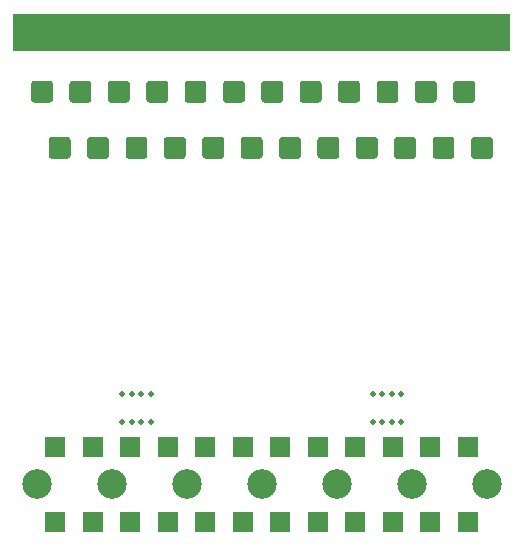
<source format=gbr>
%TF.GenerationSoftware,KiCad,Pcbnew,(5.1.10)-1*%
%TF.CreationDate,2021-08-21T19:47:19+01:00*%
%TF.ProjectId,SLT_interconnect,534c545f-696e-4746-9572-636f6e6e6563,00*%
%TF.SameCoordinates,Original*%
%TF.FileFunction,Soldermask,Top*%
%TF.FilePolarity,Negative*%
%FSLAX46Y46*%
G04 Gerber Fmt 4.6, Leading zero omitted, Abs format (unit mm)*
G04 Created by KiCad (PCBNEW (5.1.10)-1) date 2021-08-21 19:47:19*
%MOMM*%
%LPD*%
G01*
G04 APERTURE LIST*
%ADD10C,0.100000*%
%ADD11C,0.500000*%
%ADD12C,2.500000*%
%ADD13R,1.700000X1.700000*%
G04 APERTURE END LIST*
D10*
G36*
X127100000Y-46100000D02*
G01*
X85100000Y-46100000D01*
X85100000Y-43000000D01*
X127100000Y-43000000D01*
X127100000Y-46100000D01*
G37*
X127100000Y-46100000D02*
X85100000Y-46100000D01*
X85100000Y-43000000D01*
X127100000Y-43000000D01*
X127100000Y-46100000D01*
D11*
%TO.C,REF\u002A\u002A*%
X117950000Y-77600000D03*
X117150000Y-77600000D03*
X116350000Y-77600000D03*
X115550000Y-77600000D03*
X117950000Y-75200000D03*
X117150000Y-75200000D03*
X116350000Y-75200000D03*
X115550000Y-75200000D03*
%TD*%
%TO.C,REF\u002A\u002A*%
X96750000Y-77600000D03*
X95950000Y-77600000D03*
X95150000Y-77600000D03*
X94350000Y-77600000D03*
X96750000Y-75200000D03*
X95950000Y-75200000D03*
X95150000Y-75200000D03*
X94350000Y-75200000D03*
%TD*%
D12*
%TO.C,REF\u002A\u002A*%
X125200000Y-82850000D03*
%TD*%
%TO.C,REF\u002A\u002A*%
X118850000Y-82850000D03*
%TD*%
%TO.C,REF\u002A\u002A*%
X112500000Y-82850000D03*
%TD*%
%TO.C,REF\u002A\u002A*%
X87100000Y-82850000D03*
%TD*%
%TO.C,REF\u002A\u002A*%
X93450000Y-82850000D03*
%TD*%
%TO.C,REF\u002A\u002A*%
X99800000Y-82850000D03*
%TD*%
%TO.C,REF\u002A\u002A*%
X106150000Y-82850000D03*
%TD*%
%TO.C,J124*%
G36*
G01*
X88125000Y-55025001D02*
X88125000Y-53674999D01*
G75*
G02*
X88374999Y-53425000I249999J0D01*
G01*
X89725001Y-53425000D01*
G75*
G02*
X89975000Y-53674999I0J-249999D01*
G01*
X89975000Y-55025001D01*
G75*
G02*
X89725001Y-55275000I-249999J0D01*
G01*
X88374999Y-55275000D01*
G75*
G02*
X88125000Y-55025001I0J249999D01*
G01*
G37*
%TD*%
%TO.C,J123*%
G36*
G01*
X91375000Y-55025001D02*
X91375000Y-53674999D01*
G75*
G02*
X91624999Y-53425000I249999J0D01*
G01*
X92975001Y-53425000D01*
G75*
G02*
X93225000Y-53674999I0J-249999D01*
G01*
X93225000Y-55025001D01*
G75*
G02*
X92975001Y-55275000I-249999J0D01*
G01*
X91624999Y-55275000D01*
G75*
G02*
X91375000Y-55025001I0J249999D01*
G01*
G37*
%TD*%
%TO.C,J122*%
G36*
G01*
X94625000Y-55025001D02*
X94625000Y-53674999D01*
G75*
G02*
X94874999Y-53425000I249999J0D01*
G01*
X96225001Y-53425000D01*
G75*
G02*
X96475000Y-53674999I0J-249999D01*
G01*
X96475000Y-55025001D01*
G75*
G02*
X96225001Y-55275000I-249999J0D01*
G01*
X94874999Y-55275000D01*
G75*
G02*
X94625000Y-55025001I0J249999D01*
G01*
G37*
%TD*%
%TO.C,J121*%
G36*
G01*
X97875000Y-55025001D02*
X97875000Y-53674999D01*
G75*
G02*
X98124999Y-53425000I249999J0D01*
G01*
X99475001Y-53425000D01*
G75*
G02*
X99725000Y-53674999I0J-249999D01*
G01*
X99725000Y-55025001D01*
G75*
G02*
X99475001Y-55275000I-249999J0D01*
G01*
X98124999Y-55275000D01*
G75*
G02*
X97875000Y-55025001I0J249999D01*
G01*
G37*
%TD*%
%TO.C,J120*%
G36*
G01*
X101125000Y-55025001D02*
X101125000Y-53674999D01*
G75*
G02*
X101374999Y-53425000I249999J0D01*
G01*
X102725001Y-53425000D01*
G75*
G02*
X102975000Y-53674999I0J-249999D01*
G01*
X102975000Y-55025001D01*
G75*
G02*
X102725001Y-55275000I-249999J0D01*
G01*
X101374999Y-55275000D01*
G75*
G02*
X101125000Y-55025001I0J249999D01*
G01*
G37*
%TD*%
%TO.C,J119*%
G36*
G01*
X104375000Y-55025001D02*
X104375000Y-53674999D01*
G75*
G02*
X104624999Y-53425000I249999J0D01*
G01*
X105975001Y-53425000D01*
G75*
G02*
X106225000Y-53674999I0J-249999D01*
G01*
X106225000Y-55025001D01*
G75*
G02*
X105975001Y-55275000I-249999J0D01*
G01*
X104624999Y-55275000D01*
G75*
G02*
X104375000Y-55025001I0J249999D01*
G01*
G37*
%TD*%
%TO.C,J118*%
G36*
G01*
X107625000Y-55025001D02*
X107625000Y-53674999D01*
G75*
G02*
X107874999Y-53425000I249999J0D01*
G01*
X109225001Y-53425000D01*
G75*
G02*
X109475000Y-53674999I0J-249999D01*
G01*
X109475000Y-55025001D01*
G75*
G02*
X109225001Y-55275000I-249999J0D01*
G01*
X107874999Y-55275000D01*
G75*
G02*
X107625000Y-55025001I0J249999D01*
G01*
G37*
%TD*%
%TO.C,J117*%
G36*
G01*
X110875000Y-55025001D02*
X110875000Y-53674999D01*
G75*
G02*
X111124999Y-53425000I249999J0D01*
G01*
X112475001Y-53425000D01*
G75*
G02*
X112725000Y-53674999I0J-249999D01*
G01*
X112725000Y-55025001D01*
G75*
G02*
X112475001Y-55275000I-249999J0D01*
G01*
X111124999Y-55275000D01*
G75*
G02*
X110875000Y-55025001I0J249999D01*
G01*
G37*
%TD*%
%TO.C,J116*%
G36*
G01*
X114125000Y-55025001D02*
X114125000Y-53674999D01*
G75*
G02*
X114374999Y-53425000I249999J0D01*
G01*
X115725001Y-53425000D01*
G75*
G02*
X115975000Y-53674999I0J-249999D01*
G01*
X115975000Y-55025001D01*
G75*
G02*
X115725001Y-55275000I-249999J0D01*
G01*
X114374999Y-55275000D01*
G75*
G02*
X114125000Y-55025001I0J249999D01*
G01*
G37*
%TD*%
%TO.C,J115*%
G36*
G01*
X117375000Y-55025001D02*
X117375000Y-53674999D01*
G75*
G02*
X117624999Y-53425000I249999J0D01*
G01*
X118975001Y-53425000D01*
G75*
G02*
X119225000Y-53674999I0J-249999D01*
G01*
X119225000Y-55025001D01*
G75*
G02*
X118975001Y-55275000I-249999J0D01*
G01*
X117624999Y-55275000D01*
G75*
G02*
X117375000Y-55025001I0J249999D01*
G01*
G37*
%TD*%
%TO.C,J114*%
G36*
G01*
X120625000Y-55025001D02*
X120625000Y-53674999D01*
G75*
G02*
X120874999Y-53425000I249999J0D01*
G01*
X122225001Y-53425000D01*
G75*
G02*
X122475000Y-53674999I0J-249999D01*
G01*
X122475000Y-55025001D01*
G75*
G02*
X122225001Y-55275000I-249999J0D01*
G01*
X120874999Y-55275000D01*
G75*
G02*
X120625000Y-55025001I0J249999D01*
G01*
G37*
%TD*%
%TO.C,J113*%
G36*
G01*
X123875000Y-55025001D02*
X123875000Y-53674999D01*
G75*
G02*
X124124999Y-53425000I249999J0D01*
G01*
X125475001Y-53425000D01*
G75*
G02*
X125725000Y-53674999I0J-249999D01*
G01*
X125725000Y-55025001D01*
G75*
G02*
X125475001Y-55275000I-249999J0D01*
G01*
X124124999Y-55275000D01*
G75*
G02*
X123875000Y-55025001I0J249999D01*
G01*
G37*
%TD*%
%TO.C,J112*%
G36*
G01*
X122375000Y-50275001D02*
X122375000Y-48924999D01*
G75*
G02*
X122624999Y-48675000I249999J0D01*
G01*
X123975001Y-48675000D01*
G75*
G02*
X124225000Y-48924999I0J-249999D01*
G01*
X124225000Y-50275001D01*
G75*
G02*
X123975001Y-50525000I-249999J0D01*
G01*
X122624999Y-50525000D01*
G75*
G02*
X122375000Y-50275001I0J249999D01*
G01*
G37*
%TD*%
%TO.C,J111*%
G36*
G01*
X119125000Y-50275001D02*
X119125000Y-48924999D01*
G75*
G02*
X119374999Y-48675000I249999J0D01*
G01*
X120725001Y-48675000D01*
G75*
G02*
X120975000Y-48924999I0J-249999D01*
G01*
X120975000Y-50275001D01*
G75*
G02*
X120725001Y-50525000I-249999J0D01*
G01*
X119374999Y-50525000D01*
G75*
G02*
X119125000Y-50275001I0J249999D01*
G01*
G37*
%TD*%
%TO.C,J110*%
G36*
G01*
X115875000Y-50275001D02*
X115875000Y-48924999D01*
G75*
G02*
X116124999Y-48675000I249999J0D01*
G01*
X117475001Y-48675000D01*
G75*
G02*
X117725000Y-48924999I0J-249999D01*
G01*
X117725000Y-50275001D01*
G75*
G02*
X117475001Y-50525000I-249999J0D01*
G01*
X116124999Y-50525000D01*
G75*
G02*
X115875000Y-50275001I0J249999D01*
G01*
G37*
%TD*%
%TO.C,J109*%
G36*
G01*
X112625000Y-50275001D02*
X112625000Y-48924999D01*
G75*
G02*
X112874999Y-48675000I249999J0D01*
G01*
X114225001Y-48675000D01*
G75*
G02*
X114475000Y-48924999I0J-249999D01*
G01*
X114475000Y-50275001D01*
G75*
G02*
X114225001Y-50525000I-249999J0D01*
G01*
X112874999Y-50525000D01*
G75*
G02*
X112625000Y-50275001I0J249999D01*
G01*
G37*
%TD*%
%TO.C,J108*%
G36*
G01*
X109375000Y-50275001D02*
X109375000Y-48924999D01*
G75*
G02*
X109624999Y-48675000I249999J0D01*
G01*
X110975001Y-48675000D01*
G75*
G02*
X111225000Y-48924999I0J-249999D01*
G01*
X111225000Y-50275001D01*
G75*
G02*
X110975001Y-50525000I-249999J0D01*
G01*
X109624999Y-50525000D01*
G75*
G02*
X109375000Y-50275001I0J249999D01*
G01*
G37*
%TD*%
%TO.C,J107*%
G36*
G01*
X106125000Y-50275001D02*
X106125000Y-48924999D01*
G75*
G02*
X106374999Y-48675000I249999J0D01*
G01*
X107725001Y-48675000D01*
G75*
G02*
X107975000Y-48924999I0J-249999D01*
G01*
X107975000Y-50275001D01*
G75*
G02*
X107725001Y-50525000I-249999J0D01*
G01*
X106374999Y-50525000D01*
G75*
G02*
X106125000Y-50275001I0J249999D01*
G01*
G37*
%TD*%
%TO.C,J106*%
G36*
G01*
X102875000Y-50275001D02*
X102875000Y-48924999D01*
G75*
G02*
X103124999Y-48675000I249999J0D01*
G01*
X104475001Y-48675000D01*
G75*
G02*
X104725000Y-48924999I0J-249999D01*
G01*
X104725000Y-50275001D01*
G75*
G02*
X104475001Y-50525000I-249999J0D01*
G01*
X103124999Y-50525000D01*
G75*
G02*
X102875000Y-50275001I0J249999D01*
G01*
G37*
%TD*%
%TO.C,J105*%
G36*
G01*
X99625000Y-50275001D02*
X99625000Y-48924999D01*
G75*
G02*
X99874999Y-48675000I249999J0D01*
G01*
X101225001Y-48675000D01*
G75*
G02*
X101475000Y-48924999I0J-249999D01*
G01*
X101475000Y-50275001D01*
G75*
G02*
X101225001Y-50525000I-249999J0D01*
G01*
X99874999Y-50525000D01*
G75*
G02*
X99625000Y-50275001I0J249999D01*
G01*
G37*
%TD*%
%TO.C,J104*%
G36*
G01*
X96375000Y-50275001D02*
X96375000Y-48924999D01*
G75*
G02*
X96624999Y-48675000I249999J0D01*
G01*
X97975001Y-48675000D01*
G75*
G02*
X98225000Y-48924999I0J-249999D01*
G01*
X98225000Y-50275001D01*
G75*
G02*
X97975001Y-50525000I-249999J0D01*
G01*
X96624999Y-50525000D01*
G75*
G02*
X96375000Y-50275001I0J249999D01*
G01*
G37*
%TD*%
%TO.C,J103*%
G36*
G01*
X93125000Y-50275001D02*
X93125000Y-48924999D01*
G75*
G02*
X93374999Y-48675000I249999J0D01*
G01*
X94725001Y-48675000D01*
G75*
G02*
X94975000Y-48924999I0J-249999D01*
G01*
X94975000Y-50275001D01*
G75*
G02*
X94725001Y-50525000I-249999J0D01*
G01*
X93374999Y-50525000D01*
G75*
G02*
X93125000Y-50275001I0J249999D01*
G01*
G37*
%TD*%
%TO.C,J102*%
G36*
G01*
X89875000Y-50275001D02*
X89875000Y-48924999D01*
G75*
G02*
X90124999Y-48675000I249999J0D01*
G01*
X91475001Y-48675000D01*
G75*
G02*
X91725000Y-48924999I0J-249999D01*
G01*
X91725000Y-50275001D01*
G75*
G02*
X91475001Y-50525000I-249999J0D01*
G01*
X90124999Y-50525000D01*
G75*
G02*
X89875000Y-50275001I0J249999D01*
G01*
G37*
%TD*%
%TO.C,J101*%
G36*
G01*
X86625000Y-50275001D02*
X86625000Y-48924999D01*
G75*
G02*
X86874999Y-48675000I249999J0D01*
G01*
X88225001Y-48675000D01*
G75*
G02*
X88475000Y-48924999I0J-249999D01*
G01*
X88475000Y-50275001D01*
G75*
G02*
X88225001Y-50525000I-249999J0D01*
G01*
X86874999Y-50525000D01*
G75*
G02*
X86625000Y-50275001I0J249999D01*
G01*
G37*
%TD*%
D13*
%TO.C,J24*%
X88687500Y-86025000D03*
%TD*%
%TO.C,J23*%
X91862500Y-86025000D03*
%TD*%
%TO.C,J22*%
X95037500Y-86025000D03*
%TD*%
%TO.C,J21*%
X98212500Y-86025000D03*
%TD*%
%TO.C,J20*%
X101387500Y-86025000D03*
%TD*%
%TO.C,J19*%
X104562500Y-86025000D03*
%TD*%
%TO.C,J18*%
X107737500Y-86025000D03*
%TD*%
%TO.C,J17*%
X110912500Y-86025000D03*
%TD*%
%TO.C,J16*%
X114087500Y-86025000D03*
%TD*%
%TO.C,J15*%
X117262500Y-86025000D03*
%TD*%
%TO.C,J14*%
X120437500Y-86025000D03*
%TD*%
%TO.C,J13*%
X123612500Y-86025000D03*
%TD*%
%TO.C,J12*%
X123612500Y-79675000D03*
%TD*%
%TO.C,J11*%
X120437500Y-79675000D03*
%TD*%
%TO.C,J10*%
X117262500Y-79675000D03*
%TD*%
%TO.C,J9*%
X114087500Y-79675000D03*
%TD*%
%TO.C,J8*%
X110912500Y-79675000D03*
%TD*%
%TO.C,J7*%
X107737500Y-79675000D03*
%TD*%
%TO.C,J6*%
X104562500Y-79675000D03*
%TD*%
%TO.C,J5*%
X101387500Y-79675000D03*
%TD*%
%TO.C,J4*%
X98212500Y-79675000D03*
%TD*%
%TO.C,J3*%
X95037500Y-79675000D03*
%TD*%
%TO.C,J2*%
X91862500Y-79675000D03*
%TD*%
%TO.C,J1*%
X88687500Y-79675000D03*
%TD*%
M02*

</source>
